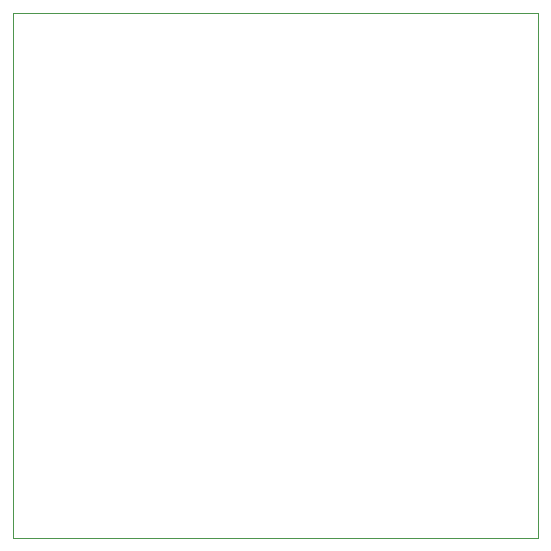
<source format=gbr>
G04 Layer_Color=0*
%FSLAX26Y26*%
%MOIN*%
%TF.FileFunction,Profile,NP*%
%TF.Part,Single*%
G01*
G75*
%TA.AperFunction,Profile*%
%ADD36C,0.001000*%
D36*
X0Y0D02*
Y1750000D01*
X1750000D01*
Y0D01*
X0D01*
%TF.MD5,8db8d86c19f645c80af289c1b5bfddf2*%
M02*

</source>
